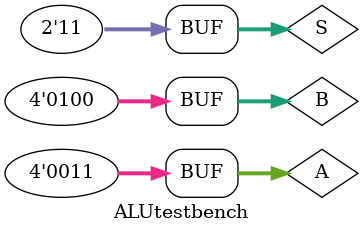
<source format=v>
`timescale 1ns / 1ps


module ALUtestbench;

	// Inputs
	reg [3:0] A;
	reg [3:0] B;
	reg [1:0] S;

	// Outputs
	wire [7:0] Y;

	// Instantiate the Unit Under Test (UUT)
	ALU uut (
		.A(A), 
		.B(B), 
		.S(S), 
		.Y(Y)
	);

	initial begin
		// Initialize Inputs
		A = 0;
		B = 0;
		S = 0;
 
		// Wait 100 ns for global reset to finish
		#100;
		
	#5	A=4'b0011;
		B=4'b0100;
		S=2'b00;
		
	#100A=4'b0011;
		B=4'b0100;
		S=2'b01;
		
	#100 A=4'b0011;
		B=4'b0100;
		S=2'b10;
		
	#100 A=4'b0011;
		B=4'b0100;
		S=2'b11;
		
		
        
		// Add stimulus here

	end
       
endmodule


</source>
